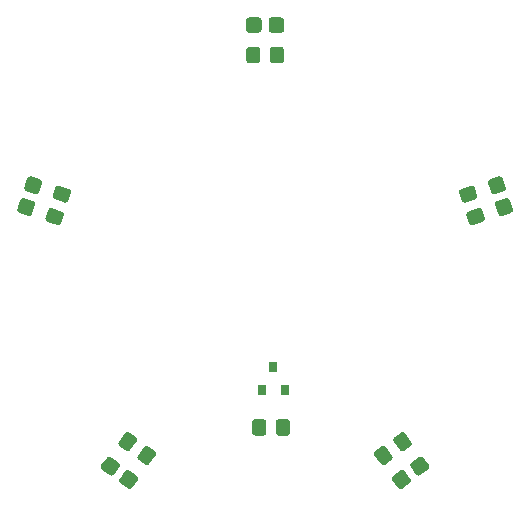
<source format=gbr>
%TF.GenerationSoftware,KiCad,Pcbnew,5.1.10-88a1d61d58~90~ubuntu20.04.1*%
%TF.CreationDate,2021-10-01T06:26:35-07:00*%
%TF.ProjectId,Moon_Addon,4d6f6f6e-5f41-4646-946f-6e2e6b696361,rev?*%
%TF.SameCoordinates,Original*%
%TF.FileFunction,Paste,Bot*%
%TF.FilePolarity,Positive*%
%FSLAX45Y45*%
G04 Gerber Fmt 4.5, Leading zero omitted, Abs format (unit mm)*
G04 Created by KiCad (PCBNEW 5.1.10-88a1d61d58~90~ubuntu20.04.1) date 2021-10-01 06:26:35*
%MOMM*%
%LPD*%
G01*
G04 APERTURE LIST*
%ADD10R,0.800000X0.900000*%
G04 APERTURE END LIST*
%TO.C,R7*%
G36*
G01*
X11775807Y-9392997D02*
X11690212Y-9420809D01*
G75*
G02*
X11658710Y-9404758I-7725J23776D01*
G01*
X11637079Y-9338184D01*
G75*
G02*
X11653130Y-9306682I23776J7725D01*
G01*
X11738725Y-9278870D01*
G75*
G02*
X11770227Y-9294921I7725J-23776D01*
G01*
X11791858Y-9361496D01*
G75*
G02*
X11775807Y-9392997I-23776J-7725D01*
G01*
G37*
G36*
G01*
X11837611Y-9583209D02*
X11752016Y-9611020D01*
G75*
G02*
X11720514Y-9594969I-7725J23776D01*
G01*
X11698883Y-9528395D01*
G75*
G02*
X11714933Y-9496893I23776J7725D01*
G01*
X11800529Y-9469082D01*
G75*
G02*
X11832030Y-9485133I7725J-23776D01*
G01*
X11853662Y-9551707D01*
G75*
G02*
X11837611Y-9583209I-23776J-7725D01*
G01*
G37*
%TD*%
%TO.C,R8*%
G36*
G01*
X11135218Y-11516699D02*
X11082317Y-11443887D01*
G75*
G02*
X11087848Y-11408968I20225J14695D01*
G01*
X11144479Y-11367822D01*
G75*
G02*
X11179399Y-11373353I14695J-20225D01*
G01*
X11232300Y-11446165D01*
G75*
G02*
X11226769Y-11481085I-20225J-14695D01*
G01*
X11170138Y-11522230D01*
G75*
G02*
X11135218Y-11516699I-14695J20225D01*
G01*
G37*
G36*
G01*
X10973414Y-11634256D02*
X10920513Y-11561444D01*
G75*
G02*
X10926044Y-11526525I20225J14695D01*
G01*
X10982676Y-11485379D01*
G75*
G02*
X11017595Y-11490910I14695J-20225D01*
G01*
X11070496Y-11563722D01*
G75*
G02*
X11064966Y-11598642I-20225J-14695D01*
G01*
X11008334Y-11639787D01*
G75*
G02*
X10973414Y-11634256I-14695J20225D01*
G01*
G37*
%TD*%
%TO.C,R9*%
G36*
G01*
X8917504Y-11563722D02*
X8970405Y-11490910D01*
G75*
G02*
X9005325Y-11485379I20225J-14695D01*
G01*
X9061956Y-11526525D01*
G75*
G02*
X9067487Y-11561444I-14695J-20225D01*
G01*
X9014586Y-11634256D01*
G75*
G02*
X8979666Y-11639787I-20225J14695D01*
G01*
X8923035Y-11598642D01*
G75*
G02*
X8917504Y-11563722I14695J20225D01*
G01*
G37*
G36*
G01*
X8755700Y-11446165D02*
X8808601Y-11373353D01*
G75*
G02*
X8843521Y-11367822I20225J-14695D01*
G01*
X8900153Y-11408968D01*
G75*
G02*
X8905683Y-11443887I-14695J-20225D01*
G01*
X8852782Y-11516699D01*
G75*
G02*
X8817863Y-11522230I-20225J14695D01*
G01*
X8761231Y-11481085D01*
G75*
G02*
X8755700Y-11446165I14695J20225D01*
G01*
G37*
%TD*%
%TO.C,R10*%
G36*
G01*
X8187471Y-9469082D02*
X8273066Y-9496893D01*
G75*
G02*
X8289117Y-9528395I-7725J-23776D01*
G01*
X8267486Y-9594969D01*
G75*
G02*
X8235984Y-9611020I-23776J7725D01*
G01*
X8150389Y-9583209D01*
G75*
G02*
X8134338Y-9551707I7725J23776D01*
G01*
X8155969Y-9485133D01*
G75*
G02*
X8187471Y-9469082I23776J-7725D01*
G01*
G37*
G36*
G01*
X8249275Y-9278870D02*
X8334870Y-9306682D01*
G75*
G02*
X8350921Y-9338184I-7725J-23776D01*
G01*
X8329289Y-9404758D01*
G75*
G02*
X8297788Y-9420809I-23776J7725D01*
G01*
X8212192Y-9392997D01*
G75*
G02*
X8196142Y-9361496I7725J23776D01*
G01*
X8217773Y-9294921D01*
G75*
G02*
X8249275Y-9278870I23776J-7725D01*
G01*
G37*
%TD*%
%TO.C,R12*%
G36*
G01*
X10005000Y-11280000D02*
X10005000Y-11370000D01*
G75*
G02*
X9980000Y-11395000I-25000J0D01*
G01*
X9910000Y-11395000D01*
G75*
G02*
X9885000Y-11370000I0J25000D01*
G01*
X9885000Y-11280000D01*
G75*
G02*
X9910000Y-11255000I25000J0D01*
G01*
X9980000Y-11255000D01*
G75*
G02*
X10005000Y-11280000I0J-25000D01*
G01*
G37*
G36*
G01*
X10205000Y-11280000D02*
X10205000Y-11370000D01*
G75*
G02*
X10180000Y-11395000I-25000J0D01*
G01*
X10110000Y-11395000D01*
G75*
G02*
X10085000Y-11370000I0J25000D01*
G01*
X10085000Y-11280000D01*
G75*
G02*
X10110000Y-11255000I25000J0D01*
G01*
X10180000Y-11255000D01*
G75*
G02*
X10205000Y-11280000I0J-25000D01*
G01*
G37*
%TD*%
%TO.C,R6*%
G36*
G01*
X9954000Y-8127500D02*
X9954000Y-8217500D01*
G75*
G02*
X9929000Y-8242500I-25000J0D01*
G01*
X9859000Y-8242500D01*
G75*
G02*
X9834000Y-8217500I0J25000D01*
G01*
X9834000Y-8127500D01*
G75*
G02*
X9859000Y-8102500I25000J0D01*
G01*
X9929000Y-8102500D01*
G75*
G02*
X9954000Y-8127500I0J-25000D01*
G01*
G37*
G36*
G01*
X10154000Y-8127500D02*
X10154000Y-8217500D01*
G75*
G02*
X10129000Y-8242500I-25000J0D01*
G01*
X10059000Y-8242500D01*
G75*
G02*
X10034000Y-8217500I0J25000D01*
G01*
X10034000Y-8127500D01*
G75*
G02*
X10059000Y-8102500I25000J0D01*
G01*
X10129000Y-8102500D01*
G75*
G02*
X10154000Y-8127500I0J-25000D01*
G01*
G37*
%TD*%
D10*
%TO.C,Q2*%
X10065000Y-10810000D03*
X9970000Y-11010000D03*
X10160000Y-11010000D03*
%TD*%
%TO.C,D10*%
G36*
G01*
X7953748Y-9382626D02*
X8029833Y-9407347D01*
G75*
G02*
X8045884Y-9438849I-7725J-23776D01*
G01*
X8020390Y-9517311D01*
G75*
G02*
X7988888Y-9533362I-23776J7725D01*
G01*
X7912804Y-9508641D01*
G75*
G02*
X7896753Y-9477139I7725J23776D01*
G01*
X7922246Y-9398677D01*
G75*
G02*
X7953748Y-9382626I23776J-7725D01*
G01*
G37*
G36*
G01*
X8013234Y-9199548D02*
X8089319Y-9224269D01*
G75*
G02*
X8105370Y-9255771I-7725J-23776D01*
G01*
X8079876Y-9334233D01*
G75*
G02*
X8048374Y-9350284I-23776J7725D01*
G01*
X7972289Y-9325563D01*
G75*
G02*
X7956238Y-9294061I7725J23776D01*
G01*
X7981732Y-9215599D01*
G75*
G02*
X8013234Y-9199548I23776J-7725D01*
G01*
G37*
%TD*%
%TO.C,D9*%
G36*
G01*
X8763055Y-11759289D02*
X8810078Y-11694568D01*
G75*
G02*
X8844998Y-11689037I20225J-14695D01*
G01*
X8911742Y-11737529D01*
G75*
G02*
X8917273Y-11772449I-14695J-20225D01*
G01*
X8870250Y-11837171D01*
G75*
G02*
X8835330Y-11842702I-20225J14695D01*
G01*
X8768586Y-11794209D01*
G75*
G02*
X8763055Y-11759289I14695J20225D01*
G01*
G37*
G36*
G01*
X8607319Y-11646141D02*
X8654342Y-11581419D01*
G75*
G02*
X8689262Y-11575889I20225J-14695D01*
G01*
X8756006Y-11624381D01*
G75*
G02*
X8761537Y-11659301I-14695J-20225D01*
G01*
X8714514Y-11724022D01*
G75*
G02*
X8679594Y-11729553I-20225J14695D01*
G01*
X8612850Y-11681061D01*
G75*
G02*
X8607319Y-11646141I14695J20225D01*
G01*
G37*
%TD*%
%TO.C,D8*%
G36*
G01*
X11273486Y-11724022D02*
X11226463Y-11659301D01*
G75*
G02*
X11231994Y-11624381I20225J14695D01*
G01*
X11298738Y-11575889D01*
G75*
G02*
X11333658Y-11581419I14695J-20225D01*
G01*
X11380681Y-11646141D01*
G75*
G02*
X11375150Y-11681061I-20225J-14695D01*
G01*
X11308406Y-11729553D01*
G75*
G02*
X11273486Y-11724022I-14695J20225D01*
G01*
G37*
G36*
G01*
X11117750Y-11837171D02*
X11070727Y-11772449D01*
G75*
G02*
X11076258Y-11737529I20225J14695D01*
G01*
X11143002Y-11689037D01*
G75*
G02*
X11177922Y-11694568I14695J-20225D01*
G01*
X11224945Y-11759289D01*
G75*
G02*
X11219414Y-11794209I-20225J-14695D01*
G01*
X11152670Y-11842702D01*
G75*
G02*
X11117750Y-11837171I-14695J20225D01*
G01*
G37*
%TD*%
%TO.C,D7*%
G36*
G01*
X12015711Y-9325563D02*
X11939626Y-9350284D01*
G75*
G02*
X11908124Y-9334233I-7725J23776D01*
G01*
X11882630Y-9255771D01*
G75*
G02*
X11898681Y-9224269I23776J7725D01*
G01*
X11974766Y-9199548D01*
G75*
G02*
X12006268Y-9215599I7725J-23776D01*
G01*
X12031762Y-9294061D01*
G75*
G02*
X12015711Y-9325563I-23776J-7725D01*
G01*
G37*
G36*
G01*
X12075196Y-9508641D02*
X11999112Y-9533362D01*
G75*
G02*
X11967610Y-9517311I-7725J23776D01*
G01*
X11942116Y-9438849D01*
G75*
G02*
X11958167Y-9407347I23776J7725D01*
G01*
X12034252Y-9382626D01*
G75*
G02*
X12065753Y-9398677I7725J-23776D01*
G01*
X12091247Y-9477139D01*
G75*
G02*
X12075196Y-9508641I-23776J-7725D01*
G01*
G37*
%TD*%
%TO.C,D6*%
G36*
G01*
X9964000Y-7878500D02*
X9964000Y-7958500D01*
G75*
G02*
X9939000Y-7983500I-25000J0D01*
G01*
X9856500Y-7983500D01*
G75*
G02*
X9831500Y-7958500I0J25000D01*
G01*
X9831500Y-7878500D01*
G75*
G02*
X9856500Y-7853500I25000J0D01*
G01*
X9939000Y-7853500D01*
G75*
G02*
X9964000Y-7878500I0J-25000D01*
G01*
G37*
G36*
G01*
X10156500Y-7878500D02*
X10156500Y-7958500D01*
G75*
G02*
X10131500Y-7983500I-25000J0D01*
G01*
X10049000Y-7983500D01*
G75*
G02*
X10024000Y-7958500I0J25000D01*
G01*
X10024000Y-7878500D01*
G75*
G02*
X10049000Y-7853500I25000J0D01*
G01*
X10131500Y-7853500D01*
G75*
G02*
X10156500Y-7878500I0J-25000D01*
G01*
G37*
%TD*%
M02*

</source>
